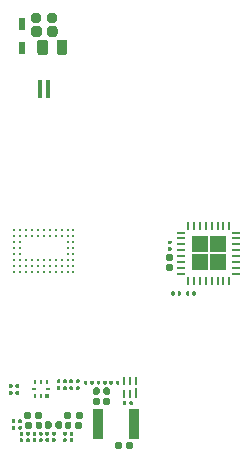
<source format=gbr>
G04 #@! TF.GenerationSoftware,KiCad,Pcbnew,(5.1.6)-1*
G04 #@! TF.CreationDate,2020-11-17T19:43:21-08:00*
G04 #@! TF.ProjectId,Miniscope-v4-Rigid-Flex,4d696e69-7363-46f7-9065-2d76342d5269,rev?*
G04 #@! TF.SameCoordinates,Original*
G04 #@! TF.FileFunction,Paste,Bot*
G04 #@! TF.FilePolarity,Positive*
%FSLAX46Y46*%
G04 Gerber Fmt 4.6, Leading zero omitted, Abs format (unit mm)*
G04 Created by KiCad (PCBNEW (5.1.6)-1) date 2020-11-17 19:43:21*
%MOMM*%
%LPD*%
G01*
G04 APERTURE LIST*
%ADD10R,0.450000X1.500000*%
%ADD11R,0.870000X2.620000*%
%ADD12R,0.270000X0.740000*%
%ADD13R,0.270000X0.820000*%
%ADD14R,0.270800X0.450800*%
%ADD15R,0.370800X0.450800*%
%ADD16R,0.450800X0.270800*%
%ADD17C,0.250000*%
%ADD18R,1.350000X1.350000*%
%ADD19R,0.260000X0.680000*%
%ADD20R,0.680000X0.260000*%
%ADD21R,0.540000X1.060000*%
G04 APERTURE END LIST*
D10*
X103400000Y-99750000D03*
X104100000Y-99750000D03*
G36*
G01*
X114811200Y-116945500D02*
X114811200Y-117130500D01*
G75*
G02*
X114733700Y-117208000I-77500J0D01*
G01*
X114578700Y-117208000D01*
G75*
G02*
X114501200Y-117130500I0J77500D01*
G01*
X114501200Y-116945500D01*
G75*
G02*
X114578700Y-116868000I77500J0D01*
G01*
X114733700Y-116868000D01*
G75*
G02*
X114811200Y-116945500I0J-77500D01*
G01*
G37*
G36*
G01*
X115361200Y-116945500D02*
X115361200Y-117130500D01*
G75*
G02*
X115283700Y-117208000I-77500J0D01*
G01*
X115128700Y-117208000D01*
G75*
G02*
X115051200Y-117130500I0J77500D01*
G01*
X115051200Y-116945500D01*
G75*
G02*
X115128700Y-116868000I77500J0D01*
G01*
X115283700Y-116868000D01*
G75*
G02*
X115361200Y-116945500I0J-77500D01*
G01*
G37*
G36*
G01*
X116295800Y-117130500D02*
X116295800Y-116945500D01*
G75*
G02*
X116373300Y-116868000I77500J0D01*
G01*
X116528300Y-116868000D01*
G75*
G02*
X116605800Y-116945500I0J-77500D01*
G01*
X116605800Y-117130500D01*
G75*
G02*
X116528300Y-117208000I-77500J0D01*
G01*
X116373300Y-117208000D01*
G75*
G02*
X116295800Y-117130500I0J77500D01*
G01*
G37*
G36*
G01*
X115745800Y-117130500D02*
X115745800Y-116945500D01*
G75*
G02*
X115823300Y-116868000I77500J0D01*
G01*
X115978300Y-116868000D01*
G75*
G02*
X116055800Y-116945500I0J-77500D01*
G01*
X116055800Y-117130500D01*
G75*
G02*
X115978300Y-117208000I-77500J0D01*
G01*
X115823300Y-117208000D01*
G75*
G02*
X115745800Y-117130500I0J77500D01*
G01*
G37*
G36*
G01*
X101567800Y-128501700D02*
X101567800Y-128316700D01*
G75*
G02*
X101645300Y-128239200I77500J0D01*
G01*
X101800300Y-128239200D01*
G75*
G02*
X101877800Y-128316700I0J-77500D01*
G01*
X101877800Y-128501700D01*
G75*
G02*
X101800300Y-128579200I-77500J0D01*
G01*
X101645300Y-128579200D01*
G75*
G02*
X101567800Y-128501700I0J77500D01*
G01*
G37*
G36*
G01*
X101017800Y-128501700D02*
X101017800Y-128316700D01*
G75*
G02*
X101095300Y-128239200I77500J0D01*
G01*
X101250300Y-128239200D01*
G75*
G02*
X101327800Y-128316700I0J-77500D01*
G01*
X101327800Y-128501700D01*
G75*
G02*
X101250300Y-128579200I-77500J0D01*
G01*
X101095300Y-128579200D01*
G75*
G02*
X101017800Y-128501700I0J77500D01*
G01*
G37*
G36*
G01*
X102228200Y-129009700D02*
X102228200Y-128824700D01*
G75*
G02*
X102305700Y-128747200I77500J0D01*
G01*
X102460700Y-128747200D01*
G75*
G02*
X102538200Y-128824700I0J-77500D01*
G01*
X102538200Y-129009700D01*
G75*
G02*
X102460700Y-129087200I-77500J0D01*
G01*
X102305700Y-129087200D01*
G75*
G02*
X102228200Y-129009700I0J77500D01*
G01*
G37*
G36*
G01*
X101678200Y-129009700D02*
X101678200Y-128824700D01*
G75*
G02*
X101755700Y-128747200I77500J0D01*
G01*
X101910700Y-128747200D01*
G75*
G02*
X101988200Y-128824700I0J-77500D01*
G01*
X101988200Y-129009700D01*
G75*
G02*
X101910700Y-129087200I-77500J0D01*
G01*
X101755700Y-129087200D01*
G75*
G02*
X101678200Y-129009700I0J77500D01*
G01*
G37*
G36*
G01*
X101327800Y-127757900D02*
X101327800Y-127942900D01*
G75*
G02*
X101250300Y-128020400I-77500J0D01*
G01*
X101095300Y-128020400D01*
G75*
G02*
X101017800Y-127942900I0J77500D01*
G01*
X101017800Y-127757900D01*
G75*
G02*
X101095300Y-127680400I77500J0D01*
G01*
X101250300Y-127680400D01*
G75*
G02*
X101327800Y-127757900I0J-77500D01*
G01*
G37*
G36*
G01*
X101877800Y-127757900D02*
X101877800Y-127942900D01*
G75*
G02*
X101800300Y-128020400I-77500J0D01*
G01*
X101645300Y-128020400D01*
G75*
G02*
X101567800Y-127942900I0J77500D01*
G01*
X101567800Y-127757900D01*
G75*
G02*
X101645300Y-127680400I77500J0D01*
G01*
X101800300Y-127680400D01*
G75*
G02*
X101877800Y-127757900I0J-77500D01*
G01*
G37*
G36*
G01*
X110961800Y-126401500D02*
X110961800Y-126216500D01*
G75*
G02*
X111039300Y-126139000I77500J0D01*
G01*
X111194300Y-126139000D01*
G75*
G02*
X111271800Y-126216500I0J-77500D01*
G01*
X111271800Y-126401500D01*
G75*
G02*
X111194300Y-126479000I-77500J0D01*
G01*
X111039300Y-126479000D01*
G75*
G02*
X110961800Y-126401500I0J77500D01*
G01*
G37*
G36*
G01*
X110411800Y-126401500D02*
X110411800Y-126216500D01*
G75*
G02*
X110489300Y-126139000I77500J0D01*
G01*
X110644300Y-126139000D01*
G75*
G02*
X110721800Y-126216500I0J-77500D01*
G01*
X110721800Y-126401500D01*
G75*
G02*
X110644300Y-126479000I-77500J0D01*
G01*
X110489300Y-126479000D01*
G75*
G02*
X110411800Y-126401500I0J77500D01*
G01*
G37*
G36*
G01*
X107423800Y-124481300D02*
X107423800Y-124666300D01*
G75*
G02*
X107346300Y-124743800I-77500J0D01*
G01*
X107191300Y-124743800D01*
G75*
G02*
X107113800Y-124666300I0J77500D01*
G01*
X107113800Y-124481300D01*
G75*
G02*
X107191300Y-124403800I77500J0D01*
G01*
X107346300Y-124403800D01*
G75*
G02*
X107423800Y-124481300I0J-77500D01*
G01*
G37*
G36*
G01*
X107973800Y-124481300D02*
X107973800Y-124666300D01*
G75*
G02*
X107896300Y-124743800I-77500J0D01*
G01*
X107741300Y-124743800D01*
G75*
G02*
X107663800Y-124666300I0J77500D01*
G01*
X107663800Y-124481300D01*
G75*
G02*
X107741300Y-124403800I77500J0D01*
G01*
X107896300Y-124403800D01*
G75*
G02*
X107973800Y-124481300I0J-77500D01*
G01*
G37*
D11*
X108330200Y-128061600D03*
X111380200Y-128061600D03*
G36*
G01*
X106438400Y-127540300D02*
X106438400Y-127195300D01*
G75*
G02*
X106585900Y-127047800I147500J0D01*
G01*
X106880900Y-127047800D01*
G75*
G02*
X107028400Y-127195300I0J-147500D01*
G01*
X107028400Y-127540300D01*
G75*
G02*
X106880900Y-127687800I-147500J0D01*
G01*
X106585900Y-127687800D01*
G75*
G02*
X106438400Y-127540300I0J147500D01*
G01*
G37*
G36*
G01*
X105468400Y-127540300D02*
X105468400Y-127195300D01*
G75*
G02*
X105615900Y-127047800I147500J0D01*
G01*
X105910900Y-127047800D01*
G75*
G02*
X106058400Y-127195300I0J-147500D01*
G01*
X106058400Y-127540300D01*
G75*
G02*
X105910900Y-127687800I-147500J0D01*
G01*
X105615900Y-127687800D01*
G75*
G02*
X105468400Y-127540300I0J147500D01*
G01*
G37*
G36*
G01*
X102629400Y-127195300D02*
X102629400Y-127540300D01*
G75*
G02*
X102481900Y-127687800I-147500J0D01*
G01*
X102186900Y-127687800D01*
G75*
G02*
X102039400Y-127540300I0J147500D01*
G01*
X102039400Y-127195300D01*
G75*
G02*
X102186900Y-127047800I147500J0D01*
G01*
X102481900Y-127047800D01*
G75*
G02*
X102629400Y-127195300I0J-147500D01*
G01*
G37*
G36*
G01*
X103599400Y-127195300D02*
X103599400Y-127540300D01*
G75*
G02*
X103451900Y-127687800I-147500J0D01*
G01*
X103156900Y-127687800D01*
G75*
G02*
X103009400Y-127540300I0J147500D01*
G01*
X103009400Y-127195300D01*
G75*
G02*
X103156900Y-127047800I147500J0D01*
G01*
X103451900Y-127047800D01*
G75*
G02*
X103599400Y-127195300I0J-147500D01*
G01*
G37*
D12*
X111523600Y-124475600D03*
X111023600Y-124475600D03*
X110523600Y-124475600D03*
X110523600Y-125535600D03*
X111023600Y-125535600D03*
D13*
X111523600Y-125495600D03*
G36*
G01*
X106204600Y-124963900D02*
X106204600Y-125148900D01*
G75*
G02*
X106127100Y-125226400I-77500J0D01*
G01*
X105972100Y-125226400D01*
G75*
G02*
X105894600Y-125148900I0J77500D01*
G01*
X105894600Y-124963900D01*
G75*
G02*
X105972100Y-124886400I77500J0D01*
G01*
X106127100Y-124886400D01*
G75*
G02*
X106204600Y-124963900I0J-77500D01*
G01*
G37*
G36*
G01*
X106754600Y-124963900D02*
X106754600Y-125148900D01*
G75*
G02*
X106677100Y-125226400I-77500J0D01*
G01*
X106522100Y-125226400D01*
G75*
G02*
X106444600Y-125148900I0J77500D01*
G01*
X106444600Y-124963900D01*
G75*
G02*
X106522100Y-124886400I77500J0D01*
G01*
X106677100Y-124886400D01*
G75*
G02*
X106754600Y-124963900I0J-77500D01*
G01*
G37*
G36*
G01*
X105911200Y-129543100D02*
X105911200Y-129358100D01*
G75*
G02*
X105988700Y-129280600I77500J0D01*
G01*
X106143700Y-129280600D01*
G75*
G02*
X106221200Y-129358100I0J-77500D01*
G01*
X106221200Y-129543100D01*
G75*
G02*
X106143700Y-129620600I-77500J0D01*
G01*
X105988700Y-129620600D01*
G75*
G02*
X105911200Y-129543100I0J77500D01*
G01*
G37*
G36*
G01*
X105361200Y-129543100D02*
X105361200Y-129358100D01*
G75*
G02*
X105438700Y-129280600I77500J0D01*
G01*
X105593700Y-129280600D01*
G75*
G02*
X105671200Y-129358100I0J-77500D01*
G01*
X105671200Y-129543100D01*
G75*
G02*
X105593700Y-129620600I-77500J0D01*
G01*
X105438700Y-129620600D01*
G75*
G02*
X105361200Y-129543100I0J77500D01*
G01*
G37*
G36*
G01*
X105377800Y-124564700D02*
X105377800Y-124379700D01*
G75*
G02*
X105455300Y-124302200I77500J0D01*
G01*
X105610300Y-124302200D01*
G75*
G02*
X105687800Y-124379700I0J-77500D01*
G01*
X105687800Y-124564700D01*
G75*
G02*
X105610300Y-124642200I-77500J0D01*
G01*
X105455300Y-124642200D01*
G75*
G02*
X105377800Y-124564700I0J77500D01*
G01*
G37*
G36*
G01*
X104827800Y-124564700D02*
X104827800Y-124379700D01*
G75*
G02*
X104905300Y-124302200I77500J0D01*
G01*
X105060300Y-124302200D01*
G75*
G02*
X105137800Y-124379700I0J-77500D01*
G01*
X105137800Y-124564700D01*
G75*
G02*
X105060300Y-124642200I-77500J0D01*
G01*
X104905300Y-124642200D01*
G75*
G02*
X104827800Y-124564700I0J77500D01*
G01*
G37*
G36*
G01*
X110705600Y-130062900D02*
X110705600Y-129717900D01*
G75*
G02*
X110853100Y-129570400I147500J0D01*
G01*
X111148100Y-129570400D01*
G75*
G02*
X111295600Y-129717900I0J-147500D01*
G01*
X111295600Y-130062900D01*
G75*
G02*
X111148100Y-130210400I-147500J0D01*
G01*
X110853100Y-130210400D01*
G75*
G02*
X110705600Y-130062900I0J147500D01*
G01*
G37*
G36*
G01*
X109735600Y-130062900D02*
X109735600Y-129717900D01*
G75*
G02*
X109883100Y-129570400I147500J0D01*
G01*
X110178100Y-129570400D01*
G75*
G02*
X110325600Y-129717900I0J-147500D01*
G01*
X110325600Y-130062900D01*
G75*
G02*
X110178100Y-130210400I-147500J0D01*
G01*
X109883100Y-130210400D01*
G75*
G02*
X109735600Y-130062900I0J147500D01*
G01*
G37*
G36*
G01*
X105377800Y-125148900D02*
X105377800Y-124963900D01*
G75*
G02*
X105455300Y-124886400I77500J0D01*
G01*
X105610300Y-124886400D01*
G75*
G02*
X105687800Y-124963900I0J-77500D01*
G01*
X105687800Y-125148900D01*
G75*
G02*
X105610300Y-125226400I-77500J0D01*
G01*
X105455300Y-125226400D01*
G75*
G02*
X105377800Y-125148900I0J77500D01*
G01*
G37*
G36*
G01*
X104827800Y-125148900D02*
X104827800Y-124963900D01*
G75*
G02*
X104905300Y-124886400I77500J0D01*
G01*
X105060300Y-124886400D01*
G75*
G02*
X105137800Y-124963900I0J-77500D01*
G01*
X105137800Y-125148900D01*
G75*
G02*
X105060300Y-125226400I-77500J0D01*
G01*
X104905300Y-125226400D01*
G75*
G02*
X104827800Y-125148900I0J77500D01*
G01*
G37*
G36*
G01*
X106204600Y-124379700D02*
X106204600Y-124564700D01*
G75*
G02*
X106127100Y-124642200I-77500J0D01*
G01*
X105972100Y-124642200D01*
G75*
G02*
X105894600Y-124564700I0J77500D01*
G01*
X105894600Y-124379700D01*
G75*
G02*
X105972100Y-124302200I77500J0D01*
G01*
X106127100Y-124302200D01*
G75*
G02*
X106204600Y-124379700I0J-77500D01*
G01*
G37*
G36*
G01*
X106754600Y-124379700D02*
X106754600Y-124564700D01*
G75*
G02*
X106677100Y-124642200I-77500J0D01*
G01*
X106522100Y-124642200D01*
G75*
G02*
X106444600Y-124564700I0J77500D01*
G01*
X106444600Y-124379700D01*
G75*
G02*
X106522100Y-124302200I77500J0D01*
G01*
X106677100Y-124302200D01*
G75*
G02*
X106754600Y-124379700I0J-77500D01*
G01*
G37*
G36*
G01*
X101402100Y-124736000D02*
X101587100Y-124736000D01*
G75*
G02*
X101664600Y-124813500I0J-77500D01*
G01*
X101664600Y-124968500D01*
G75*
G02*
X101587100Y-125046000I-77500J0D01*
G01*
X101402100Y-125046000D01*
G75*
G02*
X101324600Y-124968500I0J77500D01*
G01*
X101324600Y-124813500D01*
G75*
G02*
X101402100Y-124736000I77500J0D01*
G01*
G37*
G36*
G01*
X101402100Y-125286000D02*
X101587100Y-125286000D01*
G75*
G02*
X101664600Y-125363500I0J-77500D01*
G01*
X101664600Y-125518500D01*
G75*
G02*
X101587100Y-125596000I-77500J0D01*
G01*
X101402100Y-125596000D01*
G75*
G02*
X101324600Y-125518500I0J77500D01*
G01*
X101324600Y-125363500D01*
G75*
G02*
X101402100Y-125286000I77500J0D01*
G01*
G37*
D14*
X102975800Y-124531000D03*
X103475800Y-124531000D03*
X103975800Y-124531000D03*
D15*
X104025800Y-125731000D03*
D14*
X102975800Y-125731000D03*
X103475800Y-125731000D03*
D16*
X102875800Y-125131000D03*
X104075800Y-125131000D03*
G36*
G01*
X100817900Y-124736000D02*
X101002900Y-124736000D01*
G75*
G02*
X101080400Y-124813500I0J-77500D01*
G01*
X101080400Y-124968500D01*
G75*
G02*
X101002900Y-125046000I-77500J0D01*
G01*
X100817900Y-125046000D01*
G75*
G02*
X100740400Y-124968500I0J77500D01*
G01*
X100740400Y-124813500D01*
G75*
G02*
X100817900Y-124736000I77500J0D01*
G01*
G37*
G36*
G01*
X100817900Y-125286000D02*
X101002900Y-125286000D01*
G75*
G02*
X101080400Y-125363500I0J-77500D01*
G01*
X101080400Y-125518500D01*
G75*
G02*
X101002900Y-125596000I-77500J0D01*
G01*
X100817900Y-125596000D01*
G75*
G02*
X100740400Y-125518500I0J77500D01*
G01*
X100740400Y-125363500D01*
G75*
G02*
X100817900Y-125286000I77500J0D01*
G01*
G37*
G36*
G01*
X114279900Y-113110000D02*
X114464900Y-113110000D01*
G75*
G02*
X114542400Y-113187500I0J-77500D01*
G01*
X114542400Y-113342500D01*
G75*
G02*
X114464900Y-113420000I-77500J0D01*
G01*
X114279900Y-113420000D01*
G75*
G02*
X114202400Y-113342500I0J77500D01*
G01*
X114202400Y-113187500D01*
G75*
G02*
X114279900Y-113110000I77500J0D01*
G01*
G37*
G36*
G01*
X114279900Y-112560000D02*
X114464900Y-112560000D01*
G75*
G02*
X114542400Y-112637500I0J-77500D01*
G01*
X114542400Y-112792500D01*
G75*
G02*
X114464900Y-112870000I-77500J0D01*
G01*
X114279900Y-112870000D01*
G75*
G02*
X114202400Y-112792500I0J77500D01*
G01*
X114202400Y-112637500D01*
G75*
G02*
X114279900Y-112560000I77500J0D01*
G01*
G37*
G36*
G01*
X114187400Y-114570200D02*
X114527400Y-114570200D01*
G75*
G02*
X114672400Y-114715200I0J-145000D01*
G01*
X114672400Y-115005200D01*
G75*
G02*
X114527400Y-115150200I-145000J0D01*
G01*
X114187400Y-115150200D01*
G75*
G02*
X114042400Y-115005200I0J145000D01*
G01*
X114042400Y-114715200D01*
G75*
G02*
X114187400Y-114570200I145000J0D01*
G01*
G37*
G36*
G01*
X114187400Y-113680200D02*
X114527400Y-113680200D01*
G75*
G02*
X114672400Y-113825200I0J-145000D01*
G01*
X114672400Y-114115200D01*
G75*
G02*
X114527400Y-114260200I-145000J0D01*
G01*
X114187400Y-114260200D01*
G75*
G02*
X114042400Y-114115200I0J145000D01*
G01*
X114042400Y-113825200D01*
G75*
G02*
X114187400Y-113680200I145000J0D01*
G01*
G37*
D17*
X106234400Y-111680800D03*
X105734400Y-111680800D03*
X105234400Y-111680800D03*
X104734400Y-111680800D03*
X104234400Y-111680800D03*
X103734400Y-111680800D03*
X103234400Y-111680800D03*
X102734400Y-111680800D03*
X102234400Y-111680800D03*
X101734400Y-111680800D03*
X101234400Y-111680800D03*
X106234400Y-112180800D03*
X105734400Y-112180800D03*
X105234400Y-112180800D03*
X104734400Y-112180800D03*
X104234400Y-112180800D03*
X103734400Y-112180800D03*
X103234400Y-112180800D03*
X102734400Y-112180800D03*
X102234400Y-112180800D03*
X101734400Y-112180800D03*
X101234400Y-112180800D03*
X106234400Y-112680800D03*
X105734400Y-112680800D03*
X101734400Y-112680800D03*
X101234400Y-112680800D03*
X106234400Y-113180800D03*
X105734400Y-113180800D03*
X101734400Y-113180800D03*
X101234400Y-113180800D03*
X106234400Y-113680800D03*
X105734400Y-113680800D03*
X101734400Y-113680800D03*
X101234400Y-113680800D03*
X106234400Y-114180800D03*
X105734400Y-114180800D03*
X105234400Y-114180800D03*
X104734400Y-114180800D03*
X104234400Y-114180800D03*
X103734400Y-114180800D03*
X103234400Y-114180800D03*
X102734400Y-114180800D03*
X102234400Y-114180800D03*
X101734400Y-114180800D03*
X101234400Y-114180800D03*
X106234400Y-114680800D03*
X105734400Y-114680800D03*
X105234400Y-114680800D03*
X104734400Y-114680800D03*
X104234400Y-114680800D03*
X103734400Y-114680800D03*
X103234400Y-114680800D03*
X102734400Y-114680800D03*
X102234400Y-114680800D03*
X101734400Y-114680800D03*
X101234400Y-114680800D03*
X106234400Y-115180800D03*
X105734400Y-115180800D03*
X105234400Y-115180800D03*
X104734400Y-115180800D03*
X104234400Y-115180800D03*
X103734400Y-115180800D03*
X103234400Y-115180800D03*
X102734400Y-115180800D03*
X102234400Y-115180800D03*
X101734400Y-115180800D03*
X101234400Y-115180800D03*
D18*
X118459800Y-114402800D03*
X116909800Y-114402800D03*
X118459800Y-112852800D03*
X116909800Y-112852800D03*
D19*
X115934800Y-115962800D03*
X116434800Y-115962800D03*
X116934800Y-115962800D03*
X117434800Y-115962800D03*
X117934800Y-115962800D03*
X118434800Y-115962800D03*
X118934800Y-115962800D03*
X119434800Y-115962800D03*
D20*
X120019800Y-115377800D03*
X120019800Y-114877800D03*
X120019800Y-114377800D03*
X120019800Y-113877800D03*
X120019800Y-113377800D03*
X120019800Y-112877800D03*
X120019800Y-112377800D03*
X120019800Y-111877800D03*
D19*
X119434800Y-111292800D03*
X118934800Y-111292800D03*
X118434800Y-111292800D03*
X117934800Y-111292800D03*
X117434800Y-111292800D03*
X116934800Y-111292800D03*
X116434800Y-111292800D03*
X115934800Y-111292800D03*
D20*
X115349800Y-111877800D03*
X115349800Y-112377800D03*
X115349800Y-112877800D03*
X115349800Y-113377800D03*
X115349800Y-113877800D03*
X115349800Y-114377800D03*
X115349800Y-114877800D03*
X115349800Y-115377800D03*
G36*
G01*
X102715200Y-128036000D02*
X102715200Y-128376000D01*
G75*
G02*
X102570200Y-128521000I-145000J0D01*
G01*
X102280200Y-128521000D01*
G75*
G02*
X102135200Y-128376000I0J145000D01*
G01*
X102135200Y-128036000D01*
G75*
G02*
X102280200Y-127891000I145000J0D01*
G01*
X102570200Y-127891000D01*
G75*
G02*
X102715200Y-128036000I0J-145000D01*
G01*
G37*
G36*
G01*
X103605200Y-128036000D02*
X103605200Y-128376000D01*
G75*
G02*
X103460200Y-128521000I-145000J0D01*
G01*
X103170200Y-128521000D01*
G75*
G02*
X103025200Y-128376000I0J145000D01*
G01*
X103025200Y-128036000D01*
G75*
G02*
X103170200Y-127891000I145000J0D01*
G01*
X103460200Y-127891000D01*
G75*
G02*
X103605200Y-128036000I0J-145000D01*
G01*
G37*
G36*
G01*
X104412600Y-128984300D02*
X104412600Y-128799300D01*
G75*
G02*
X104490100Y-128721800I77500J0D01*
G01*
X104645100Y-128721800D01*
G75*
G02*
X104722600Y-128799300I0J-77500D01*
G01*
X104722600Y-128984300D01*
G75*
G02*
X104645100Y-129061800I-77500J0D01*
G01*
X104490100Y-129061800D01*
G75*
G02*
X104412600Y-128984300I0J77500D01*
G01*
G37*
G36*
G01*
X103862600Y-128984300D02*
X103862600Y-128799300D01*
G75*
G02*
X103940100Y-128721800I77500J0D01*
G01*
X104095100Y-128721800D01*
G75*
G02*
X104172600Y-128799300I0J-77500D01*
G01*
X104172600Y-128984300D01*
G75*
G02*
X104095100Y-129061800I-77500J0D01*
G01*
X103940100Y-129061800D01*
G75*
G02*
X103862600Y-128984300I0J77500D01*
G01*
G37*
G36*
G01*
X104412600Y-129543100D02*
X104412600Y-129358100D01*
G75*
G02*
X104490100Y-129280600I77500J0D01*
G01*
X104645100Y-129280600D01*
G75*
G02*
X104722600Y-129358100I0J-77500D01*
G01*
X104722600Y-129543100D01*
G75*
G02*
X104645100Y-129620600I-77500J0D01*
G01*
X104490100Y-129620600D01*
G75*
G02*
X104412600Y-129543100I0J77500D01*
G01*
G37*
G36*
G01*
X103862600Y-129543100D02*
X103862600Y-129358100D01*
G75*
G02*
X103940100Y-129280600I77500J0D01*
G01*
X104095100Y-129280600D01*
G75*
G02*
X104172600Y-129358100I0J-77500D01*
G01*
X104172600Y-129543100D01*
G75*
G02*
X104095100Y-129620600I-77500J0D01*
G01*
X103940100Y-129620600D01*
G75*
G02*
X103862600Y-129543100I0J77500D01*
G01*
G37*
G36*
G01*
X103080400Y-128824700D02*
X103080400Y-129009700D01*
G75*
G02*
X103002900Y-129087200I-77500J0D01*
G01*
X102847900Y-129087200D01*
G75*
G02*
X102770400Y-129009700I0J77500D01*
G01*
X102770400Y-128824700D01*
G75*
G02*
X102847900Y-128747200I77500J0D01*
G01*
X103002900Y-128747200D01*
G75*
G02*
X103080400Y-128824700I0J-77500D01*
G01*
G37*
G36*
G01*
X103630400Y-128824700D02*
X103630400Y-129009700D01*
G75*
G02*
X103552900Y-129087200I-77500J0D01*
G01*
X103397900Y-129087200D01*
G75*
G02*
X103320400Y-129009700I0J77500D01*
G01*
X103320400Y-128824700D01*
G75*
G02*
X103397900Y-128747200I77500J0D01*
G01*
X103552900Y-128747200D01*
G75*
G02*
X103630400Y-128824700I0J-77500D01*
G01*
G37*
G36*
G01*
X103080400Y-129358100D02*
X103080400Y-129543100D01*
G75*
G02*
X103002900Y-129620600I-77500J0D01*
G01*
X102847900Y-129620600D01*
G75*
G02*
X102770400Y-129543100I0J77500D01*
G01*
X102770400Y-129358100D01*
G75*
G02*
X102847900Y-129280600I77500J0D01*
G01*
X103002900Y-129280600D01*
G75*
G02*
X103080400Y-129358100I0J-77500D01*
G01*
G37*
G36*
G01*
X103630400Y-129358100D02*
X103630400Y-129543100D01*
G75*
G02*
X103552900Y-129620600I-77500J0D01*
G01*
X103397900Y-129620600D01*
G75*
G02*
X103320400Y-129543100I0J77500D01*
G01*
X103320400Y-129358100D01*
G75*
G02*
X103397900Y-129280600I77500J0D01*
G01*
X103552900Y-129280600D01*
G75*
G02*
X103630400Y-129358100I0J-77500D01*
G01*
G37*
G36*
G01*
X108455600Y-126004000D02*
X108455600Y-126344000D01*
G75*
G02*
X108310600Y-126489000I-145000J0D01*
G01*
X108020600Y-126489000D01*
G75*
G02*
X107875600Y-126344000I0J145000D01*
G01*
X107875600Y-126004000D01*
G75*
G02*
X108020600Y-125859000I145000J0D01*
G01*
X108310600Y-125859000D01*
G75*
G02*
X108455600Y-126004000I0J-145000D01*
G01*
G37*
G36*
G01*
X109345600Y-126004000D02*
X109345600Y-126344000D01*
G75*
G02*
X109200600Y-126489000I-145000J0D01*
G01*
X108910600Y-126489000D01*
G75*
G02*
X108765600Y-126344000I0J145000D01*
G01*
X108765600Y-126004000D01*
G75*
G02*
X108910600Y-125859000I145000J0D01*
G01*
X109200600Y-125859000D01*
G75*
G02*
X109345600Y-126004000I0J-145000D01*
G01*
G37*
G36*
G01*
X108455600Y-125140400D02*
X108455600Y-125480400D01*
G75*
G02*
X108310600Y-125625400I-145000J0D01*
G01*
X108020600Y-125625400D01*
G75*
G02*
X107875600Y-125480400I0J145000D01*
G01*
X107875600Y-125140400D01*
G75*
G02*
X108020600Y-124995400I145000J0D01*
G01*
X108310600Y-124995400D01*
G75*
G02*
X108455600Y-125140400I0J-145000D01*
G01*
G37*
G36*
G01*
X109345600Y-125140400D02*
X109345600Y-125480400D01*
G75*
G02*
X109200600Y-125625400I-145000J0D01*
G01*
X108910600Y-125625400D01*
G75*
G02*
X108765600Y-125480400I0J145000D01*
G01*
X108765600Y-125140400D01*
G75*
G02*
X108910600Y-124995400I145000J0D01*
G01*
X109200600Y-124995400D01*
G75*
G02*
X109345600Y-125140400I0J-145000D01*
G01*
G37*
G36*
G01*
X106378000Y-128376000D02*
X106378000Y-128036000D01*
G75*
G02*
X106523000Y-127891000I145000J0D01*
G01*
X106813000Y-127891000D01*
G75*
G02*
X106958000Y-128036000I0J-145000D01*
G01*
X106958000Y-128376000D01*
G75*
G02*
X106813000Y-128521000I-145000J0D01*
G01*
X106523000Y-128521000D01*
G75*
G02*
X106378000Y-128376000I0J145000D01*
G01*
G37*
G36*
G01*
X105488000Y-128376000D02*
X105488000Y-128036000D01*
G75*
G02*
X105633000Y-127891000I145000J0D01*
G01*
X105923000Y-127891000D01*
G75*
G02*
X106068000Y-128036000I0J-145000D01*
G01*
X106068000Y-128376000D01*
G75*
G02*
X105923000Y-128521000I-145000J0D01*
G01*
X105633000Y-128521000D01*
G75*
G02*
X105488000Y-128376000I0J145000D01*
G01*
G37*
G36*
G01*
X108516000Y-124481300D02*
X108516000Y-124666300D01*
G75*
G02*
X108438500Y-124743800I-77500J0D01*
G01*
X108283500Y-124743800D01*
G75*
G02*
X108206000Y-124666300I0J77500D01*
G01*
X108206000Y-124481300D01*
G75*
G02*
X108283500Y-124403800I77500J0D01*
G01*
X108438500Y-124403800D01*
G75*
G02*
X108516000Y-124481300I0J-77500D01*
G01*
G37*
G36*
G01*
X109066000Y-124481300D02*
X109066000Y-124666300D01*
G75*
G02*
X108988500Y-124743800I-77500J0D01*
G01*
X108833500Y-124743800D01*
G75*
G02*
X108756000Y-124666300I0J77500D01*
G01*
X108756000Y-124481300D01*
G75*
G02*
X108833500Y-124403800I77500J0D01*
G01*
X108988500Y-124403800D01*
G75*
G02*
X109066000Y-124481300I0J-77500D01*
G01*
G37*
G36*
G01*
X104701600Y-128350600D02*
X104701600Y-128010600D01*
G75*
G02*
X104846600Y-127865600I145000J0D01*
G01*
X105136600Y-127865600D01*
G75*
G02*
X105281600Y-128010600I0J-145000D01*
G01*
X105281600Y-128350600D01*
G75*
G02*
X105136600Y-128495600I-145000J0D01*
G01*
X104846600Y-128495600D01*
G75*
G02*
X104701600Y-128350600I0J145000D01*
G01*
G37*
G36*
G01*
X103811600Y-128350600D02*
X103811600Y-128010600D01*
G75*
G02*
X103956600Y-127865600I145000J0D01*
G01*
X104246600Y-127865600D01*
G75*
G02*
X104391600Y-128010600I0J-145000D01*
G01*
X104391600Y-128350600D01*
G75*
G02*
X104246600Y-128495600I-145000J0D01*
G01*
X103956600Y-128495600D01*
G75*
G02*
X103811600Y-128350600I0J145000D01*
G01*
G37*
G36*
G01*
X105911200Y-129009700D02*
X105911200Y-128824700D01*
G75*
G02*
X105988700Y-128747200I77500J0D01*
G01*
X106143700Y-128747200D01*
G75*
G02*
X106221200Y-128824700I0J-77500D01*
G01*
X106221200Y-129009700D01*
G75*
G02*
X106143700Y-129087200I-77500J0D01*
G01*
X105988700Y-129087200D01*
G75*
G02*
X105911200Y-129009700I0J77500D01*
G01*
G37*
G36*
G01*
X105361200Y-129009700D02*
X105361200Y-128824700D01*
G75*
G02*
X105438700Y-128747200I77500J0D01*
G01*
X105593700Y-128747200D01*
G75*
G02*
X105671200Y-128824700I0J-77500D01*
G01*
X105671200Y-129009700D01*
G75*
G02*
X105593700Y-129087200I-77500J0D01*
G01*
X105438700Y-129087200D01*
G75*
G02*
X105361200Y-129009700I0J77500D01*
G01*
G37*
G36*
G01*
X109582800Y-124481300D02*
X109582800Y-124666300D01*
G75*
G02*
X109505300Y-124743800I-77500J0D01*
G01*
X109350300Y-124743800D01*
G75*
G02*
X109272800Y-124666300I0J77500D01*
G01*
X109272800Y-124481300D01*
G75*
G02*
X109350300Y-124403800I77500J0D01*
G01*
X109505300Y-124403800D01*
G75*
G02*
X109582800Y-124481300I0J-77500D01*
G01*
G37*
G36*
G01*
X110132800Y-124481300D02*
X110132800Y-124666300D01*
G75*
G02*
X110055300Y-124743800I-77500J0D01*
G01*
X109900300Y-124743800D01*
G75*
G02*
X109822800Y-124666300I0J77500D01*
G01*
X109822800Y-124481300D01*
G75*
G02*
X109900300Y-124403800I77500J0D01*
G01*
X110055300Y-124403800D01*
G75*
G02*
X110132800Y-124481300I0J-77500D01*
G01*
G37*
G36*
G01*
X101988200Y-129383500D02*
X101988200Y-129568500D01*
G75*
G02*
X101910700Y-129646000I-77500J0D01*
G01*
X101755700Y-129646000D01*
G75*
G02*
X101678200Y-129568500I0J77500D01*
G01*
X101678200Y-129383500D01*
G75*
G02*
X101755700Y-129306000I77500J0D01*
G01*
X101910700Y-129306000D01*
G75*
G02*
X101988200Y-129383500I0J-77500D01*
G01*
G37*
G36*
G01*
X102538200Y-129383500D02*
X102538200Y-129568500D01*
G75*
G02*
X102460700Y-129646000I-77500J0D01*
G01*
X102305700Y-129646000D01*
G75*
G02*
X102228200Y-129568500I0J77500D01*
G01*
X102228200Y-129383500D01*
G75*
G02*
X102305700Y-129306000I77500J0D01*
G01*
X102460700Y-129306000D01*
G75*
G02*
X102538200Y-129383500I0J-77500D01*
G01*
G37*
G36*
G01*
X104803200Y-96628100D02*
X104803200Y-95773100D01*
G75*
G02*
X105035700Y-95540600I232500J0D01*
G01*
X105500700Y-95540600D01*
G75*
G02*
X105733200Y-95773100I0J-232500D01*
G01*
X105733200Y-96628100D01*
G75*
G02*
X105500700Y-96860600I-232500J0D01*
G01*
X105035700Y-96860600D01*
G75*
G02*
X104803200Y-96628100I0J232500D01*
G01*
G37*
G36*
G01*
X103163200Y-96628100D02*
X103163200Y-95773100D01*
G75*
G02*
X103395700Y-95540600I232500J0D01*
G01*
X103860700Y-95540600D01*
G75*
G02*
X104093200Y-95773100I0J-232500D01*
G01*
X104093200Y-96628100D01*
G75*
G02*
X103860700Y-96860600I-232500J0D01*
G01*
X103395700Y-96860600D01*
G75*
G02*
X103163200Y-96628100I0J232500D01*
G01*
G37*
G36*
G01*
X103560600Y-94616900D02*
X103560600Y-95091900D01*
G75*
G02*
X103338100Y-95314400I-222500J0D01*
G01*
X102893100Y-95314400D01*
G75*
G02*
X102670600Y-95091900I0J222500D01*
G01*
X102670600Y-94616900D01*
G75*
G02*
X102893100Y-94394400I222500J0D01*
G01*
X103338100Y-94394400D01*
G75*
G02*
X103560600Y-94616900I0J-222500D01*
G01*
G37*
G36*
G01*
X104890600Y-94616900D02*
X104890600Y-95091900D01*
G75*
G02*
X104668100Y-95314400I-222500J0D01*
G01*
X104223100Y-95314400D01*
G75*
G02*
X104000600Y-95091900I0J222500D01*
G01*
X104000600Y-94616900D01*
G75*
G02*
X104223100Y-94394400I222500J0D01*
G01*
X104668100Y-94394400D01*
G75*
G02*
X104890600Y-94616900I0J-222500D01*
G01*
G37*
G36*
G01*
X104030200Y-93943900D02*
X104030200Y-93478900D01*
G75*
G02*
X104232700Y-93276400I202500J0D01*
G01*
X104637700Y-93276400D01*
G75*
G02*
X104840200Y-93478900I0J-202500D01*
G01*
X104840200Y-93943900D01*
G75*
G02*
X104637700Y-94146400I-202500J0D01*
G01*
X104232700Y-94146400D01*
G75*
G02*
X104030200Y-93943900I0J202500D01*
G01*
G37*
G36*
G01*
X102670200Y-93943900D02*
X102670200Y-93478900D01*
G75*
G02*
X102872700Y-93276400I202500J0D01*
G01*
X103277700Y-93276400D01*
G75*
G02*
X103480200Y-93478900I0J-202500D01*
G01*
X103480200Y-93943900D01*
G75*
G02*
X103277700Y-94146400I-202500J0D01*
G01*
X102872700Y-94146400D01*
G75*
G02*
X102670200Y-93943900I0J202500D01*
G01*
G37*
D21*
X101901000Y-96290800D03*
X101901000Y-94230800D03*
M02*

</source>
